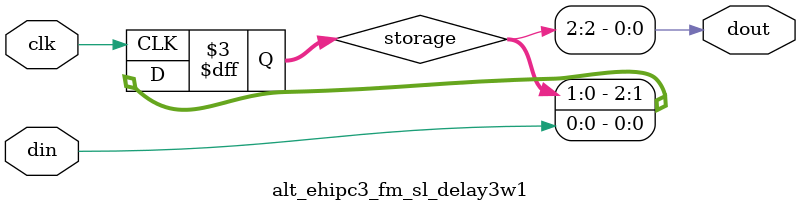
<source format=v>




`timescale 1ps/1ps


module alt_ehipc3_fm_sl_delay3w1 #(
    parameter SIM_EMULATE = 1'b0
) (
    input clk,
    input [0:0] din,
    output [0:0] dout
);

localparam WIDTH = 1;
localparam LATENCY = 3;

reg [WIDTH*LATENCY-1:0] storage = {(WIDTH*LATENCY){1'b0}} /* synthesis preserve */;
always @(posedge clk) begin
	storage <= {storage [WIDTH*(LATENCY-1)-1:0],din};
end
assign dout = storage [WIDTH*LATENCY-1:WIDTH*(LATENCY-1)];
endmodule

`ifdef QUESTA_INTEL_OEM
`pragma questa_oem_00 "iNcmQeM5R+2wXyQcrIvK9Aed2O3DNv4QGFTpmcaGURS3nf96+gCegtWg50e6rleWE64VT4+790Ghs95mog/VHoEYybDIGn5EoWfqpEPzBOW06ogVsMbRm79acU6L09a0INNw7swJhWgHQdzl07TrCbOuFN5j/YV4soVomm30RbpyPicKqaC/jMGdl00awWTRKYI/LlUWB2031x5qz4fwVbhj6DvZKYVLlQLmylj6M7uB4zi7rshvLLjvGzCjE7DWAkNB/yzV2McUeF5Dj09nV1iC8zA4NjAtZjsgBSJiKfYQxVdlgp9zyIAYqEJvhJcUgle9hfeHJh9U9E+3rPnFN462ZXuKcH1gyTWycOXzMc8LIUOWJQVW+ePoEgQ9eLf2QLG7hb3IWTxaHbQmpbSbmBu+52FOB3ibVZ7tNANJOy1Z19xad9Lrs7novKpA4jScQQK0BmvIrJEmmhGPcOYRrfFpjU2rLXmJrl41dDsr00we5HeYMJTA5+uqTENYXTXqEK9EFhGBSfpNXuuA2MwGUdD2kuJHCe0yE1upHbxk7oH/gjLD8zQKm/KRld7+nQmVHKwjnK4BxOy8S5Pl7Z2YFEi28ZvqpLrNR+Q658tqaXZHN4JshcQIWevImHklqHboYLxl8arC7dT8arJvG0m2XvOkZVo8yJKxHH+tRK6U6YnUxD+wB/jkaZno+QB0I4SKNUBgp882t/YlfxAj2euOwJFHAcy5ZBBkvBeGd4CPSY4N8wM+vdTs1b4dqXnpe4RXSiGyvKBqEzMfFx/OtGFUJQm1YTz23RRUtLVbHSwKOPxnFJfSsSE2hPkjTLPnAEjPrhyOdoIQb/1g3if87zdtxjbcd27/e3ft+3K7N+cYSTOsIOAlOiHlo8DC65yePuYArR8NJVs0LqeQoFgpTtQkZYP8hQcL2ZhI2rnF44XJDl6da/djiPsoIiLnIshw4+tB4B34t0j+jkKCz5vQUlJSrt6ECNw9k3M17enDlJc4PpZPsxg9LT8dEHE+37pxQCEo"
`endif
</source>
